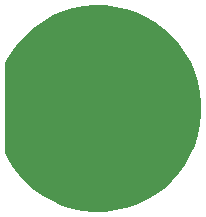
<source format=gbl>
G04*
G04 #@! TF.GenerationSoftware,Altium Limited,Altium Designer,21.6.1 (37)*
G04*
G04 Layer_Physical_Order=2*
G04 Layer_Color=16711680*
%FSLAX44Y44*%
%MOMM*%
G71*
G04*
G04 #@! TF.SameCoordinates,EFD3AC72-95A7-48DC-B536-48A4C13C7662*
G04*
G04*
G04 #@! TF.FilePolarity,Positive*
G04*
G01*
G75*
%ADD22C,3.0000*%
G36*
X291185Y146588D02*
X300211Y145502D01*
X309075Y143487D01*
X317682Y140564D01*
X325941Y136764D01*
X333760Y132128D01*
X341057Y126707D01*
X347753Y120559D01*
X353775Y113749D01*
X359059Y106352D01*
X363548Y98447D01*
X367192Y90119D01*
X369954Y81458D01*
X371803Y72558D01*
X372719Y63514D01*
X372693Y54423D01*
X371725Y45384D01*
X369825Y36495D01*
X367013Y27850D01*
X363321Y19543D01*
X358787Y11664D01*
X353461Y4298D01*
X347399Y-2477D01*
X340669Y-8587D01*
X333340Y-13966D01*
X325494Y-18557D01*
X317215Y-22310D01*
X308590Y-25183D01*
X299715Y-27148D01*
X290683Y-28181D01*
X281593Y-28273D01*
X272543Y-27422D01*
X263629Y-25637D01*
X254949Y-22938D01*
X246595Y-19353D01*
X238657Y-14922D01*
X231222Y-9692D01*
X224370Y-3719D01*
X218173Y2932D01*
X212699Y10190D01*
X208004Y17981D01*
X206300Y21570D01*
X206547Y97337D01*
X208245Y100906D01*
X212982Y108665D01*
X218497Y115891D01*
X224732Y122507D01*
X231619Y128440D01*
X239084Y133628D01*
X247047Y138013D01*
X255421Y141550D01*
X264117Y144199D01*
X273040Y145933D01*
X282096Y146732D01*
X291185Y146588D01*
D02*
G37*
D22*
X285000Y130000D02*
D03*
Y-10000D02*
D03*
M02*

</source>
